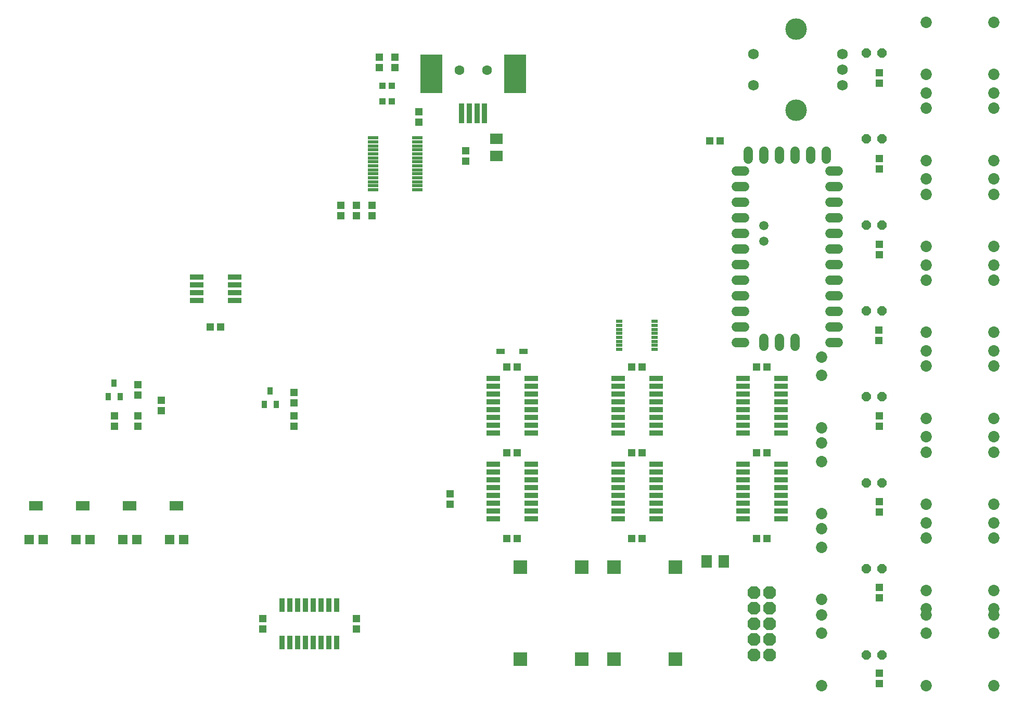
<source format=gbr>
G04 EAGLE Gerber RS-274X export*
G75*
%MOMM*%
%FSLAX34Y34*%
%LPD*%
%INSoldermask Bottom*%
%IPPOS*%
%AMOC8*
5,1,8,0,0,1.08239X$1,22.5*%
G01*
%ADD10R,1.503200X1.503200*%
%ADD11R,2.203200X1.503200*%
%ADD12R,1.303200X1.203200*%
%ADD13R,1.203200X1.303200*%
%ADD14C,1.853200*%
%ADD15R,1.403200X0.903200*%
%ADD16R,2.235200X0.863600*%
%ADD17R,0.903200X1.203200*%
%ADD18R,0.863600X2.235200*%
%ADD19R,1.703200X0.603200*%
%ADD20P,1.649562X8X22.500000*%
%ADD21R,1.003200X1.003200*%
%ADD22C,1.727200*%
%ADD23C,3.505200*%
%ADD24R,1.103200X0.553200*%
%ADD25C,1.511200*%
%ADD26C,1.511200*%
%ADD27P,2.254402X8X112.500000*%
%ADD28R,2.203200X2.203200*%
%ADD29R,2.006200X1.803200*%
%ADD30R,3.603200X6.243200*%
%ADD31R,0.903200X3.203200*%
%ADD32C,1.603200*%
%ADD33R,1.803200X2.006200*%


D10*
X202000Y251900D03*
X179000Y251900D03*
D11*
X190500Y306900D03*
D12*
X414900Y597500D03*
X397900Y597500D03*
X1286900Y532800D03*
X1303900Y532800D03*
D13*
X483200Y105800D03*
X483200Y122800D03*
D12*
X1210700Y901100D03*
X1227700Y901100D03*
X880500Y253400D03*
X897500Y253400D03*
D13*
X813400Y867800D03*
X813400Y884800D03*
X661000Y778900D03*
X661000Y795900D03*
X737200Y931300D03*
X737200Y948300D03*
X635600Y778900D03*
X635600Y795900D03*
X318100Y461400D03*
X318100Y478400D03*
X534000Y474100D03*
X534000Y491100D03*
D12*
X880500Y393100D03*
X897500Y393100D03*
X1083700Y393100D03*
X1100700Y393100D03*
X1083700Y253400D03*
X1100700Y253400D03*
X1286900Y253400D03*
X1303900Y253400D03*
X1286900Y393100D03*
X1303900Y393100D03*
X880500Y532800D03*
X897500Y532800D03*
X1083700Y532800D03*
X1100700Y532800D03*
D14*
X1392840Y433960D03*
X1392840Y518960D03*
X1392840Y548960D03*
X1392840Y293960D03*
X1392840Y378960D03*
X1392840Y408960D03*
D15*
X870500Y558200D03*
X907500Y558200D03*
D16*
X858266Y425450D03*
X919734Y425450D03*
X858266Y438150D03*
X858266Y450850D03*
X919734Y438150D03*
X919734Y450850D03*
X858266Y463550D03*
X919734Y463550D03*
X858266Y476250D03*
X919734Y476250D03*
X858266Y488950D03*
X858266Y501650D03*
X919734Y488950D03*
X919734Y501650D03*
X858266Y514350D03*
X919734Y514350D03*
D17*
X495300Y493600D03*
X485800Y471600D03*
X504800Y471600D03*
D18*
X603250Y83566D03*
X603250Y145034D03*
X590550Y83566D03*
X577850Y83566D03*
X590550Y145034D03*
X577850Y145034D03*
X565150Y83566D03*
X565150Y145034D03*
X552450Y83566D03*
X552450Y145034D03*
X539750Y83566D03*
X527050Y83566D03*
X539750Y145034D03*
X527050Y145034D03*
X514350Y83566D03*
X514350Y145034D03*
D16*
X858266Y285750D03*
X919734Y285750D03*
X858266Y298450D03*
X858266Y311150D03*
X919734Y298450D03*
X919734Y311150D03*
X858266Y323850D03*
X919734Y323850D03*
X858266Y336550D03*
X919734Y336550D03*
X858266Y349250D03*
X858266Y361950D03*
X919734Y349250D03*
X919734Y361950D03*
X858266Y374650D03*
X919734Y374650D03*
X1264666Y425450D03*
X1326134Y425450D03*
X1264666Y438150D03*
X1264666Y450850D03*
X1326134Y438150D03*
X1326134Y450850D03*
X1264666Y463550D03*
X1326134Y463550D03*
X1264666Y476250D03*
X1326134Y476250D03*
X1264666Y488950D03*
X1264666Y501650D03*
X1326134Y488950D03*
X1326134Y501650D03*
X1264666Y514350D03*
X1326134Y514350D03*
X1264666Y285750D03*
X1326134Y285750D03*
X1264666Y298450D03*
X1264666Y311150D03*
X1326134Y298450D03*
X1326134Y311150D03*
X1264666Y323850D03*
X1326134Y323850D03*
X1264666Y336550D03*
X1326134Y336550D03*
X1264666Y349250D03*
X1264666Y361950D03*
X1326134Y349250D03*
X1326134Y361950D03*
X1264666Y374650D03*
X1326134Y374650D03*
X1061466Y425450D03*
X1122934Y425450D03*
X1061466Y438150D03*
X1061466Y450850D03*
X1122934Y438150D03*
X1122934Y450850D03*
X1061466Y463550D03*
X1122934Y463550D03*
X1061466Y476250D03*
X1122934Y476250D03*
X1061466Y488950D03*
X1061466Y501650D03*
X1122934Y488950D03*
X1122934Y501650D03*
X1061466Y514350D03*
X1122934Y514350D03*
X1061466Y285750D03*
X1122934Y285750D03*
X1061466Y298450D03*
X1061466Y311150D03*
X1122934Y298450D03*
X1122934Y311150D03*
X1061466Y323850D03*
X1122934Y323850D03*
X1061466Y336550D03*
X1122934Y336550D03*
X1061466Y349250D03*
X1061466Y361950D03*
X1122934Y349250D03*
X1122934Y361950D03*
X1061466Y374650D03*
X1122934Y374650D03*
D19*
X662250Y821350D03*
X662250Y827850D03*
X662250Y834350D03*
X662250Y840850D03*
X662250Y847350D03*
X662250Y853850D03*
X662250Y860350D03*
X662250Y866850D03*
X662250Y873350D03*
X662250Y879850D03*
X662250Y886350D03*
X662250Y892850D03*
X662250Y899350D03*
X662250Y905850D03*
X734750Y905850D03*
X734750Y899350D03*
X734750Y892850D03*
X734750Y886350D03*
X734750Y879850D03*
X734750Y873350D03*
X734750Y866850D03*
X734750Y860350D03*
X734750Y853850D03*
X734750Y847350D03*
X734750Y840850D03*
X734750Y834350D03*
X734750Y827850D03*
X734750Y821350D03*
D17*
X241300Y506300D03*
X231800Y484300D03*
X250800Y484300D03*
D20*
X1465160Y1043960D03*
X1490560Y1043960D03*
X1465160Y903960D03*
X1490560Y903960D03*
X1465160Y763960D03*
X1490560Y763960D03*
X1465160Y623960D03*
X1490560Y623960D03*
X1465160Y483960D03*
X1490560Y483960D03*
X1465160Y343960D03*
X1490560Y343960D03*
X1465160Y203960D03*
X1490560Y203960D03*
X1465160Y63960D03*
X1490560Y63960D03*
D13*
X635600Y105800D03*
X635600Y122800D03*
X697900Y1037200D03*
X697900Y1020200D03*
X672500Y1037200D03*
X672500Y1020200D03*
X610200Y778900D03*
X610200Y795900D03*
D12*
X280000Y436000D03*
X280000Y453000D03*
X241900Y436000D03*
X241900Y453000D03*
X534000Y436000D03*
X534000Y453000D03*
D13*
X788000Y309000D03*
X788000Y326000D03*
D12*
X280000Y486800D03*
X280000Y503800D03*
D13*
X1485300Y592700D03*
X1485300Y575700D03*
X1486500Y732400D03*
X1486500Y715400D03*
X1486500Y872100D03*
X1486500Y855100D03*
X1486500Y1011800D03*
X1486500Y994800D03*
X1486500Y453000D03*
X1486500Y436000D03*
X1486500Y313300D03*
X1486500Y296300D03*
X1486500Y173600D03*
X1486500Y156600D03*
X1486500Y33900D03*
X1486500Y16900D03*
D14*
X1392840Y153960D03*
X1392840Y238960D03*
X1392840Y268960D03*
X1392840Y13960D03*
X1392840Y98960D03*
X1392840Y128960D03*
D21*
X678300Y990600D03*
X693300Y990600D03*
D22*
X1426230Y1017200D03*
X1281450Y1042600D03*
D23*
X1351300Y1083240D03*
X1351300Y951160D03*
D22*
X1281450Y991800D03*
X1426230Y1042600D03*
X1426230Y991800D03*
D10*
X125800Y251900D03*
X102800Y251900D03*
D11*
X114300Y306900D03*
D14*
X1562860Y1093960D03*
X1562860Y1008960D03*
X1562860Y978960D03*
X1672860Y953960D03*
X1672860Y868960D03*
X1672860Y838960D03*
X1672860Y813960D03*
X1672860Y728960D03*
X1672860Y698960D03*
X1672860Y673960D03*
X1672860Y588960D03*
X1672860Y558960D03*
X1672860Y533960D03*
X1672860Y448960D03*
X1672860Y418960D03*
X1672860Y393960D03*
X1672860Y308960D03*
X1672860Y278960D03*
X1672860Y253960D03*
X1672860Y168960D03*
X1672860Y138960D03*
X1672860Y13960D03*
X1672860Y98960D03*
X1672860Y128960D03*
X1562860Y953960D03*
X1562860Y868960D03*
X1562860Y838960D03*
X1562860Y813960D03*
X1562860Y728960D03*
X1562860Y698960D03*
X1562860Y673960D03*
X1562860Y588960D03*
X1562860Y558960D03*
X1562860Y533960D03*
X1562860Y448960D03*
X1562860Y418960D03*
X1562860Y393960D03*
X1562860Y308960D03*
X1562860Y278960D03*
X1562860Y253960D03*
X1562860Y168960D03*
X1562860Y138960D03*
X1562860Y13960D03*
X1562860Y98960D03*
X1562860Y128960D03*
X1672860Y1093960D03*
X1672860Y1008960D03*
X1672860Y978960D03*
D21*
X678300Y965200D03*
X693300Y965200D03*
D16*
X375666Y641350D03*
X437134Y641350D03*
X375666Y654050D03*
X375666Y666750D03*
X437134Y654050D03*
X437134Y666750D03*
X375666Y679450D03*
X437134Y679450D03*
D24*
X1063450Y561450D03*
X1063450Y567950D03*
X1063450Y574450D03*
X1063450Y580950D03*
X1063450Y587450D03*
X1063450Y593950D03*
X1063450Y600450D03*
X1063450Y606950D03*
X1120950Y606950D03*
X1120950Y600450D03*
X1120950Y593950D03*
X1120950Y587450D03*
X1120950Y580950D03*
X1120950Y574450D03*
X1120950Y567950D03*
X1120950Y561450D03*
D25*
X1273300Y870960D02*
X1273300Y884040D01*
X1298700Y884040D02*
X1298700Y870960D01*
X1324100Y870960D02*
X1324100Y884040D01*
X1349500Y884040D02*
X1349500Y870960D01*
X1374900Y870960D02*
X1374900Y884040D01*
X1400300Y884040D02*
X1400300Y870960D01*
X1406460Y852100D02*
X1419540Y852100D01*
X1419540Y826700D02*
X1406460Y826700D01*
X1406460Y801300D02*
X1419540Y801300D01*
X1419540Y775900D02*
X1406460Y775900D01*
X1406460Y750500D02*
X1419540Y750500D01*
X1419540Y725100D02*
X1406460Y725100D01*
X1406460Y699700D02*
X1419540Y699700D01*
X1419540Y674300D02*
X1406460Y674300D01*
X1406460Y648900D02*
X1419540Y648900D01*
X1419540Y623500D02*
X1406460Y623500D01*
X1406460Y598100D02*
X1419540Y598100D01*
X1419540Y572700D02*
X1406460Y572700D01*
X1267140Y852100D02*
X1254060Y852100D01*
X1254060Y826700D02*
X1267140Y826700D01*
X1267140Y801300D02*
X1254060Y801300D01*
X1254060Y775900D02*
X1267140Y775900D01*
X1267140Y674300D02*
X1254060Y674300D01*
X1254060Y699700D02*
X1267140Y699700D01*
X1267140Y725100D02*
X1254060Y725100D01*
X1254060Y750500D02*
X1267140Y750500D01*
X1267140Y648900D02*
X1254060Y648900D01*
X1254060Y623500D02*
X1267140Y623500D01*
X1267140Y598100D02*
X1254060Y598100D01*
X1254060Y572700D02*
X1267140Y572700D01*
X1298700Y579240D02*
X1298700Y566160D01*
X1324100Y566160D02*
X1324100Y579240D01*
X1349500Y579240D02*
X1349500Y566160D01*
D26*
X1298700Y763200D03*
X1298700Y737800D03*
D27*
X1282700Y63500D03*
X1308100Y63500D03*
X1282700Y88900D03*
X1308100Y88900D03*
X1282700Y114300D03*
X1308100Y114300D03*
X1282700Y139700D03*
X1308100Y139700D03*
X1282700Y165100D03*
X1308100Y165100D03*
D28*
X1154900Y57000D03*
X1154900Y207000D03*
X1054900Y207000D03*
X1054900Y57000D03*
X1002500Y57000D03*
X1002500Y207000D03*
X902500Y207000D03*
X902500Y57000D03*
D29*
X863000Y904720D03*
X863000Y876280D03*
D10*
X278200Y251900D03*
X255200Y251900D03*
D11*
X266700Y306900D03*
D10*
X354400Y251900D03*
X331400Y251900D03*
D11*
X342900Y306900D03*
D30*
X757500Y1010200D03*
X893500Y1010200D03*
D31*
X806750Y946000D03*
X819250Y946000D03*
X831750Y946000D03*
X844250Y946000D03*
D32*
X803000Y1016000D03*
X848000Y1016000D03*
D33*
X1233420Y215900D03*
X1204980Y215900D03*
M02*

</source>
